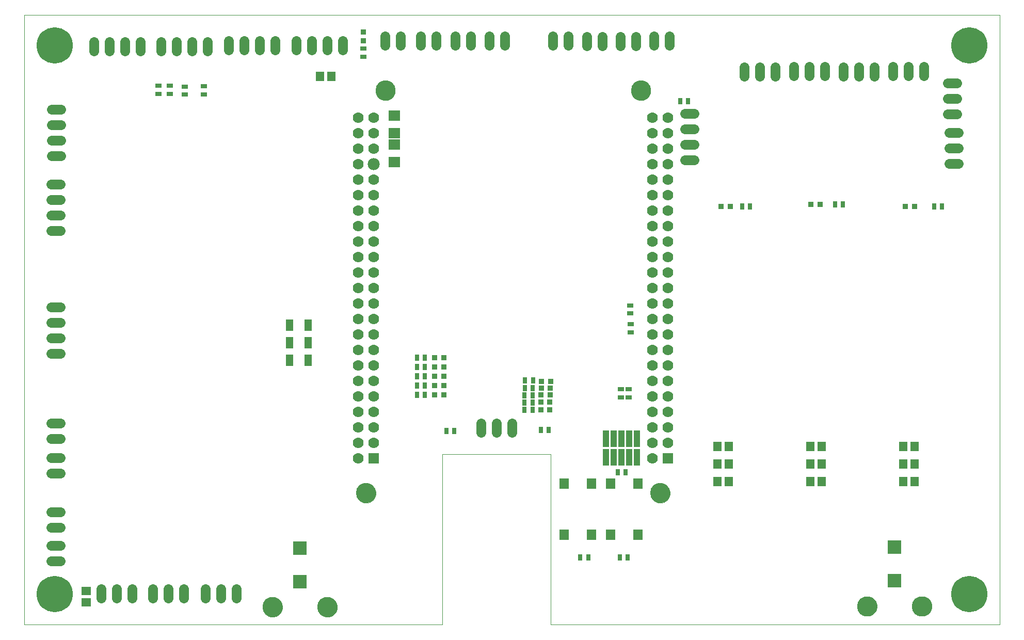
<source format=gts>
G75*
%MOIN*%
%OFA0B0*%
%FSLAX25Y25*%
%IPPOS*%
%LPD*%
%AMOC8*
5,1,8,0,0,1.08239X$1,22.5*
%
%ADD10C,0.00000*%
%ADD11R,0.07000X0.07000*%
%ADD12C,0.07000*%
%ADD13C,0.07800*%
%ADD14C,0.12900*%
%ADD15R,0.03943X0.03156*%
%ADD16R,0.07498X0.06699*%
%ADD17C,0.06400*%
%ADD18R,0.03900X0.10900*%
%ADD19R,0.03156X0.03943*%
%ADD20R,0.05912X0.06700*%
%ADD21R,0.03550X0.03550*%
%ADD22C,0.23400*%
%ADD23R,0.05518X0.06306*%
%ADD24R,0.08668X0.08668*%
%ADD25C,0.12998*%
%ADD26R,0.06306X0.05518*%
%ADD27R,0.04800X0.07500*%
D10*
X0034894Y0034921D02*
X0034894Y0428622D01*
X0664815Y0428622D01*
X0664815Y0034921D01*
X0374894Y0034921D01*
X0374894Y0144921D01*
X0304894Y0144921D01*
X0304894Y0034921D01*
X0034894Y0034921D01*
X0188831Y0046339D02*
X0188833Y0046497D01*
X0188839Y0046655D01*
X0188849Y0046813D01*
X0188863Y0046971D01*
X0188881Y0047128D01*
X0188902Y0047285D01*
X0188928Y0047441D01*
X0188958Y0047597D01*
X0188991Y0047752D01*
X0189029Y0047905D01*
X0189070Y0048058D01*
X0189115Y0048210D01*
X0189164Y0048361D01*
X0189217Y0048510D01*
X0189273Y0048658D01*
X0189333Y0048804D01*
X0189397Y0048949D01*
X0189465Y0049092D01*
X0189536Y0049234D01*
X0189610Y0049374D01*
X0189688Y0049511D01*
X0189770Y0049647D01*
X0189854Y0049781D01*
X0189943Y0049912D01*
X0190034Y0050041D01*
X0190129Y0050168D01*
X0190226Y0050293D01*
X0190327Y0050415D01*
X0190431Y0050534D01*
X0190538Y0050651D01*
X0190648Y0050765D01*
X0190761Y0050876D01*
X0190876Y0050985D01*
X0190994Y0051090D01*
X0191115Y0051192D01*
X0191238Y0051292D01*
X0191364Y0051388D01*
X0191492Y0051481D01*
X0191622Y0051571D01*
X0191755Y0051657D01*
X0191890Y0051741D01*
X0192026Y0051820D01*
X0192165Y0051897D01*
X0192306Y0051969D01*
X0192448Y0052039D01*
X0192592Y0052104D01*
X0192738Y0052166D01*
X0192885Y0052224D01*
X0193034Y0052279D01*
X0193184Y0052330D01*
X0193335Y0052377D01*
X0193487Y0052420D01*
X0193640Y0052459D01*
X0193795Y0052495D01*
X0193950Y0052526D01*
X0194106Y0052554D01*
X0194262Y0052578D01*
X0194419Y0052598D01*
X0194577Y0052614D01*
X0194734Y0052626D01*
X0194893Y0052634D01*
X0195051Y0052638D01*
X0195209Y0052638D01*
X0195367Y0052634D01*
X0195526Y0052626D01*
X0195683Y0052614D01*
X0195841Y0052598D01*
X0195998Y0052578D01*
X0196154Y0052554D01*
X0196310Y0052526D01*
X0196465Y0052495D01*
X0196620Y0052459D01*
X0196773Y0052420D01*
X0196925Y0052377D01*
X0197076Y0052330D01*
X0197226Y0052279D01*
X0197375Y0052224D01*
X0197522Y0052166D01*
X0197668Y0052104D01*
X0197812Y0052039D01*
X0197954Y0051969D01*
X0198095Y0051897D01*
X0198234Y0051820D01*
X0198370Y0051741D01*
X0198505Y0051657D01*
X0198638Y0051571D01*
X0198768Y0051481D01*
X0198896Y0051388D01*
X0199022Y0051292D01*
X0199145Y0051192D01*
X0199266Y0051090D01*
X0199384Y0050985D01*
X0199499Y0050876D01*
X0199612Y0050765D01*
X0199722Y0050651D01*
X0199829Y0050534D01*
X0199933Y0050415D01*
X0200034Y0050293D01*
X0200131Y0050168D01*
X0200226Y0050041D01*
X0200317Y0049912D01*
X0200406Y0049781D01*
X0200490Y0049647D01*
X0200572Y0049511D01*
X0200650Y0049374D01*
X0200724Y0049234D01*
X0200795Y0049092D01*
X0200863Y0048949D01*
X0200927Y0048804D01*
X0200987Y0048658D01*
X0201043Y0048510D01*
X0201096Y0048361D01*
X0201145Y0048210D01*
X0201190Y0048058D01*
X0201231Y0047905D01*
X0201269Y0047752D01*
X0201302Y0047597D01*
X0201332Y0047441D01*
X0201358Y0047285D01*
X0201379Y0047128D01*
X0201397Y0046971D01*
X0201411Y0046813D01*
X0201421Y0046655D01*
X0201427Y0046497D01*
X0201429Y0046339D01*
X0201427Y0046181D01*
X0201421Y0046023D01*
X0201411Y0045865D01*
X0201397Y0045707D01*
X0201379Y0045550D01*
X0201358Y0045393D01*
X0201332Y0045237D01*
X0201302Y0045081D01*
X0201269Y0044926D01*
X0201231Y0044773D01*
X0201190Y0044620D01*
X0201145Y0044468D01*
X0201096Y0044317D01*
X0201043Y0044168D01*
X0200987Y0044020D01*
X0200927Y0043874D01*
X0200863Y0043729D01*
X0200795Y0043586D01*
X0200724Y0043444D01*
X0200650Y0043304D01*
X0200572Y0043167D01*
X0200490Y0043031D01*
X0200406Y0042897D01*
X0200317Y0042766D01*
X0200226Y0042637D01*
X0200131Y0042510D01*
X0200034Y0042385D01*
X0199933Y0042263D01*
X0199829Y0042144D01*
X0199722Y0042027D01*
X0199612Y0041913D01*
X0199499Y0041802D01*
X0199384Y0041693D01*
X0199266Y0041588D01*
X0199145Y0041486D01*
X0199022Y0041386D01*
X0198896Y0041290D01*
X0198768Y0041197D01*
X0198638Y0041107D01*
X0198505Y0041021D01*
X0198370Y0040937D01*
X0198234Y0040858D01*
X0198095Y0040781D01*
X0197954Y0040709D01*
X0197812Y0040639D01*
X0197668Y0040574D01*
X0197522Y0040512D01*
X0197375Y0040454D01*
X0197226Y0040399D01*
X0197076Y0040348D01*
X0196925Y0040301D01*
X0196773Y0040258D01*
X0196620Y0040219D01*
X0196465Y0040183D01*
X0196310Y0040152D01*
X0196154Y0040124D01*
X0195998Y0040100D01*
X0195841Y0040080D01*
X0195683Y0040064D01*
X0195526Y0040052D01*
X0195367Y0040044D01*
X0195209Y0040040D01*
X0195051Y0040040D01*
X0194893Y0040044D01*
X0194734Y0040052D01*
X0194577Y0040064D01*
X0194419Y0040080D01*
X0194262Y0040100D01*
X0194106Y0040124D01*
X0193950Y0040152D01*
X0193795Y0040183D01*
X0193640Y0040219D01*
X0193487Y0040258D01*
X0193335Y0040301D01*
X0193184Y0040348D01*
X0193034Y0040399D01*
X0192885Y0040454D01*
X0192738Y0040512D01*
X0192592Y0040574D01*
X0192448Y0040639D01*
X0192306Y0040709D01*
X0192165Y0040781D01*
X0192026Y0040858D01*
X0191890Y0040937D01*
X0191755Y0041021D01*
X0191622Y0041107D01*
X0191492Y0041197D01*
X0191364Y0041290D01*
X0191238Y0041386D01*
X0191115Y0041486D01*
X0190994Y0041588D01*
X0190876Y0041693D01*
X0190761Y0041802D01*
X0190648Y0041913D01*
X0190538Y0042027D01*
X0190431Y0042144D01*
X0190327Y0042263D01*
X0190226Y0042385D01*
X0190129Y0042510D01*
X0190034Y0042637D01*
X0189943Y0042766D01*
X0189854Y0042897D01*
X0189770Y0043031D01*
X0189688Y0043167D01*
X0189610Y0043304D01*
X0189536Y0043444D01*
X0189465Y0043586D01*
X0189397Y0043729D01*
X0189333Y0043874D01*
X0189273Y0044020D01*
X0189217Y0044168D01*
X0189164Y0044317D01*
X0189115Y0044468D01*
X0189070Y0044620D01*
X0189029Y0044773D01*
X0188991Y0044926D01*
X0188958Y0045081D01*
X0188928Y0045237D01*
X0188902Y0045393D01*
X0188881Y0045550D01*
X0188863Y0045707D01*
X0188849Y0045865D01*
X0188839Y0046023D01*
X0188833Y0046181D01*
X0188831Y0046339D01*
X0224264Y0046339D02*
X0224266Y0046497D01*
X0224272Y0046655D01*
X0224282Y0046813D01*
X0224296Y0046971D01*
X0224314Y0047128D01*
X0224335Y0047285D01*
X0224361Y0047441D01*
X0224391Y0047597D01*
X0224424Y0047752D01*
X0224462Y0047905D01*
X0224503Y0048058D01*
X0224548Y0048210D01*
X0224597Y0048361D01*
X0224650Y0048510D01*
X0224706Y0048658D01*
X0224766Y0048804D01*
X0224830Y0048949D01*
X0224898Y0049092D01*
X0224969Y0049234D01*
X0225043Y0049374D01*
X0225121Y0049511D01*
X0225203Y0049647D01*
X0225287Y0049781D01*
X0225376Y0049912D01*
X0225467Y0050041D01*
X0225562Y0050168D01*
X0225659Y0050293D01*
X0225760Y0050415D01*
X0225864Y0050534D01*
X0225971Y0050651D01*
X0226081Y0050765D01*
X0226194Y0050876D01*
X0226309Y0050985D01*
X0226427Y0051090D01*
X0226548Y0051192D01*
X0226671Y0051292D01*
X0226797Y0051388D01*
X0226925Y0051481D01*
X0227055Y0051571D01*
X0227188Y0051657D01*
X0227323Y0051741D01*
X0227459Y0051820D01*
X0227598Y0051897D01*
X0227739Y0051969D01*
X0227881Y0052039D01*
X0228025Y0052104D01*
X0228171Y0052166D01*
X0228318Y0052224D01*
X0228467Y0052279D01*
X0228617Y0052330D01*
X0228768Y0052377D01*
X0228920Y0052420D01*
X0229073Y0052459D01*
X0229228Y0052495D01*
X0229383Y0052526D01*
X0229539Y0052554D01*
X0229695Y0052578D01*
X0229852Y0052598D01*
X0230010Y0052614D01*
X0230167Y0052626D01*
X0230326Y0052634D01*
X0230484Y0052638D01*
X0230642Y0052638D01*
X0230800Y0052634D01*
X0230959Y0052626D01*
X0231116Y0052614D01*
X0231274Y0052598D01*
X0231431Y0052578D01*
X0231587Y0052554D01*
X0231743Y0052526D01*
X0231898Y0052495D01*
X0232053Y0052459D01*
X0232206Y0052420D01*
X0232358Y0052377D01*
X0232509Y0052330D01*
X0232659Y0052279D01*
X0232808Y0052224D01*
X0232955Y0052166D01*
X0233101Y0052104D01*
X0233245Y0052039D01*
X0233387Y0051969D01*
X0233528Y0051897D01*
X0233667Y0051820D01*
X0233803Y0051741D01*
X0233938Y0051657D01*
X0234071Y0051571D01*
X0234201Y0051481D01*
X0234329Y0051388D01*
X0234455Y0051292D01*
X0234578Y0051192D01*
X0234699Y0051090D01*
X0234817Y0050985D01*
X0234932Y0050876D01*
X0235045Y0050765D01*
X0235155Y0050651D01*
X0235262Y0050534D01*
X0235366Y0050415D01*
X0235467Y0050293D01*
X0235564Y0050168D01*
X0235659Y0050041D01*
X0235750Y0049912D01*
X0235839Y0049781D01*
X0235923Y0049647D01*
X0236005Y0049511D01*
X0236083Y0049374D01*
X0236157Y0049234D01*
X0236228Y0049092D01*
X0236296Y0048949D01*
X0236360Y0048804D01*
X0236420Y0048658D01*
X0236476Y0048510D01*
X0236529Y0048361D01*
X0236578Y0048210D01*
X0236623Y0048058D01*
X0236664Y0047905D01*
X0236702Y0047752D01*
X0236735Y0047597D01*
X0236765Y0047441D01*
X0236791Y0047285D01*
X0236812Y0047128D01*
X0236830Y0046971D01*
X0236844Y0046813D01*
X0236854Y0046655D01*
X0236860Y0046497D01*
X0236862Y0046339D01*
X0236860Y0046181D01*
X0236854Y0046023D01*
X0236844Y0045865D01*
X0236830Y0045707D01*
X0236812Y0045550D01*
X0236791Y0045393D01*
X0236765Y0045237D01*
X0236735Y0045081D01*
X0236702Y0044926D01*
X0236664Y0044773D01*
X0236623Y0044620D01*
X0236578Y0044468D01*
X0236529Y0044317D01*
X0236476Y0044168D01*
X0236420Y0044020D01*
X0236360Y0043874D01*
X0236296Y0043729D01*
X0236228Y0043586D01*
X0236157Y0043444D01*
X0236083Y0043304D01*
X0236005Y0043167D01*
X0235923Y0043031D01*
X0235839Y0042897D01*
X0235750Y0042766D01*
X0235659Y0042637D01*
X0235564Y0042510D01*
X0235467Y0042385D01*
X0235366Y0042263D01*
X0235262Y0042144D01*
X0235155Y0042027D01*
X0235045Y0041913D01*
X0234932Y0041802D01*
X0234817Y0041693D01*
X0234699Y0041588D01*
X0234578Y0041486D01*
X0234455Y0041386D01*
X0234329Y0041290D01*
X0234201Y0041197D01*
X0234071Y0041107D01*
X0233938Y0041021D01*
X0233803Y0040937D01*
X0233667Y0040858D01*
X0233528Y0040781D01*
X0233387Y0040709D01*
X0233245Y0040639D01*
X0233101Y0040574D01*
X0232955Y0040512D01*
X0232808Y0040454D01*
X0232659Y0040399D01*
X0232509Y0040348D01*
X0232358Y0040301D01*
X0232206Y0040258D01*
X0232053Y0040219D01*
X0231898Y0040183D01*
X0231743Y0040152D01*
X0231587Y0040124D01*
X0231431Y0040100D01*
X0231274Y0040080D01*
X0231116Y0040064D01*
X0230959Y0040052D01*
X0230800Y0040044D01*
X0230642Y0040040D01*
X0230484Y0040040D01*
X0230326Y0040044D01*
X0230167Y0040052D01*
X0230010Y0040064D01*
X0229852Y0040080D01*
X0229695Y0040100D01*
X0229539Y0040124D01*
X0229383Y0040152D01*
X0229228Y0040183D01*
X0229073Y0040219D01*
X0228920Y0040258D01*
X0228768Y0040301D01*
X0228617Y0040348D01*
X0228467Y0040399D01*
X0228318Y0040454D01*
X0228171Y0040512D01*
X0228025Y0040574D01*
X0227881Y0040639D01*
X0227739Y0040709D01*
X0227598Y0040781D01*
X0227459Y0040858D01*
X0227323Y0040937D01*
X0227188Y0041021D01*
X0227055Y0041107D01*
X0226925Y0041197D01*
X0226797Y0041290D01*
X0226671Y0041386D01*
X0226548Y0041486D01*
X0226427Y0041588D01*
X0226309Y0041693D01*
X0226194Y0041802D01*
X0226081Y0041913D01*
X0225971Y0042027D01*
X0225864Y0042144D01*
X0225760Y0042263D01*
X0225659Y0042385D01*
X0225562Y0042510D01*
X0225467Y0042637D01*
X0225376Y0042766D01*
X0225287Y0042897D01*
X0225203Y0043031D01*
X0225121Y0043167D01*
X0225043Y0043304D01*
X0224969Y0043444D01*
X0224898Y0043586D01*
X0224830Y0043729D01*
X0224766Y0043874D01*
X0224706Y0044020D01*
X0224650Y0044168D01*
X0224597Y0044317D01*
X0224548Y0044468D01*
X0224503Y0044620D01*
X0224462Y0044773D01*
X0224424Y0044926D01*
X0224391Y0045081D01*
X0224361Y0045237D01*
X0224335Y0045393D01*
X0224314Y0045550D01*
X0224296Y0045707D01*
X0224282Y0045865D01*
X0224272Y0046023D01*
X0224266Y0046181D01*
X0224264Y0046339D01*
X0249254Y0119921D02*
X0249256Y0120079D01*
X0249262Y0120236D01*
X0249272Y0120394D01*
X0249286Y0120551D01*
X0249304Y0120707D01*
X0249325Y0120864D01*
X0249351Y0121019D01*
X0249381Y0121174D01*
X0249414Y0121328D01*
X0249452Y0121481D01*
X0249493Y0121634D01*
X0249538Y0121785D01*
X0249587Y0121935D01*
X0249640Y0122083D01*
X0249696Y0122231D01*
X0249757Y0122376D01*
X0249820Y0122521D01*
X0249888Y0122663D01*
X0249959Y0122804D01*
X0250033Y0122943D01*
X0250111Y0123080D01*
X0250193Y0123215D01*
X0250277Y0123348D01*
X0250366Y0123479D01*
X0250457Y0123607D01*
X0250552Y0123734D01*
X0250649Y0123857D01*
X0250750Y0123979D01*
X0250854Y0124097D01*
X0250961Y0124213D01*
X0251071Y0124326D01*
X0251183Y0124437D01*
X0251299Y0124544D01*
X0251417Y0124649D01*
X0251537Y0124751D01*
X0251660Y0124849D01*
X0251786Y0124945D01*
X0251914Y0125037D01*
X0252044Y0125126D01*
X0252176Y0125212D01*
X0252311Y0125294D01*
X0252448Y0125373D01*
X0252586Y0125448D01*
X0252726Y0125520D01*
X0252869Y0125588D01*
X0253012Y0125653D01*
X0253158Y0125714D01*
X0253305Y0125771D01*
X0253453Y0125825D01*
X0253603Y0125875D01*
X0253753Y0125921D01*
X0253905Y0125963D01*
X0254058Y0126002D01*
X0254212Y0126036D01*
X0254367Y0126067D01*
X0254522Y0126093D01*
X0254678Y0126116D01*
X0254835Y0126135D01*
X0254992Y0126150D01*
X0255149Y0126161D01*
X0255307Y0126168D01*
X0255465Y0126171D01*
X0255622Y0126170D01*
X0255780Y0126165D01*
X0255937Y0126156D01*
X0256095Y0126143D01*
X0256251Y0126126D01*
X0256408Y0126105D01*
X0256563Y0126081D01*
X0256718Y0126052D01*
X0256873Y0126019D01*
X0257026Y0125983D01*
X0257179Y0125942D01*
X0257330Y0125898D01*
X0257480Y0125850D01*
X0257629Y0125799D01*
X0257777Y0125743D01*
X0257923Y0125684D01*
X0258068Y0125621D01*
X0258211Y0125554D01*
X0258352Y0125484D01*
X0258491Y0125411D01*
X0258629Y0125334D01*
X0258765Y0125253D01*
X0258898Y0125169D01*
X0259029Y0125082D01*
X0259158Y0124991D01*
X0259285Y0124897D01*
X0259410Y0124800D01*
X0259531Y0124700D01*
X0259651Y0124597D01*
X0259767Y0124491D01*
X0259881Y0124382D01*
X0259993Y0124270D01*
X0260101Y0124156D01*
X0260206Y0124038D01*
X0260309Y0123918D01*
X0260408Y0123796D01*
X0260504Y0123671D01*
X0260597Y0123543D01*
X0260687Y0123414D01*
X0260773Y0123282D01*
X0260857Y0123148D01*
X0260936Y0123012D01*
X0261013Y0122874D01*
X0261085Y0122734D01*
X0261154Y0122592D01*
X0261220Y0122449D01*
X0261282Y0122304D01*
X0261340Y0122157D01*
X0261395Y0122009D01*
X0261446Y0121860D01*
X0261493Y0121709D01*
X0261536Y0121558D01*
X0261575Y0121405D01*
X0261611Y0121251D01*
X0261642Y0121097D01*
X0261670Y0120942D01*
X0261694Y0120786D01*
X0261714Y0120629D01*
X0261730Y0120472D01*
X0261742Y0120315D01*
X0261750Y0120158D01*
X0261754Y0120000D01*
X0261754Y0119842D01*
X0261750Y0119684D01*
X0261742Y0119527D01*
X0261730Y0119370D01*
X0261714Y0119213D01*
X0261694Y0119056D01*
X0261670Y0118900D01*
X0261642Y0118745D01*
X0261611Y0118591D01*
X0261575Y0118437D01*
X0261536Y0118284D01*
X0261493Y0118133D01*
X0261446Y0117982D01*
X0261395Y0117833D01*
X0261340Y0117685D01*
X0261282Y0117538D01*
X0261220Y0117393D01*
X0261154Y0117250D01*
X0261085Y0117108D01*
X0261013Y0116968D01*
X0260936Y0116830D01*
X0260857Y0116694D01*
X0260773Y0116560D01*
X0260687Y0116428D01*
X0260597Y0116299D01*
X0260504Y0116171D01*
X0260408Y0116046D01*
X0260309Y0115924D01*
X0260206Y0115804D01*
X0260101Y0115686D01*
X0259993Y0115572D01*
X0259881Y0115460D01*
X0259767Y0115351D01*
X0259651Y0115245D01*
X0259531Y0115142D01*
X0259410Y0115042D01*
X0259285Y0114945D01*
X0259158Y0114851D01*
X0259029Y0114760D01*
X0258898Y0114673D01*
X0258765Y0114589D01*
X0258629Y0114508D01*
X0258491Y0114431D01*
X0258352Y0114358D01*
X0258211Y0114288D01*
X0258068Y0114221D01*
X0257923Y0114158D01*
X0257777Y0114099D01*
X0257629Y0114043D01*
X0257480Y0113992D01*
X0257330Y0113944D01*
X0257179Y0113900D01*
X0257026Y0113859D01*
X0256873Y0113823D01*
X0256718Y0113790D01*
X0256563Y0113761D01*
X0256408Y0113737D01*
X0256251Y0113716D01*
X0256095Y0113699D01*
X0255937Y0113686D01*
X0255780Y0113677D01*
X0255622Y0113672D01*
X0255465Y0113671D01*
X0255307Y0113674D01*
X0255149Y0113681D01*
X0254992Y0113692D01*
X0254835Y0113707D01*
X0254678Y0113726D01*
X0254522Y0113749D01*
X0254367Y0113775D01*
X0254212Y0113806D01*
X0254058Y0113840D01*
X0253905Y0113879D01*
X0253753Y0113921D01*
X0253603Y0113967D01*
X0253453Y0114017D01*
X0253305Y0114071D01*
X0253158Y0114128D01*
X0253012Y0114189D01*
X0252869Y0114254D01*
X0252726Y0114322D01*
X0252586Y0114394D01*
X0252448Y0114469D01*
X0252311Y0114548D01*
X0252176Y0114630D01*
X0252044Y0114716D01*
X0251914Y0114805D01*
X0251786Y0114897D01*
X0251660Y0114993D01*
X0251537Y0115091D01*
X0251417Y0115193D01*
X0251299Y0115298D01*
X0251183Y0115405D01*
X0251071Y0115516D01*
X0250961Y0115629D01*
X0250854Y0115745D01*
X0250750Y0115863D01*
X0250649Y0115985D01*
X0250552Y0116108D01*
X0250457Y0116235D01*
X0250366Y0116363D01*
X0250277Y0116494D01*
X0250193Y0116627D01*
X0250111Y0116762D01*
X0250033Y0116899D01*
X0249959Y0117038D01*
X0249888Y0117179D01*
X0249820Y0117321D01*
X0249757Y0117466D01*
X0249696Y0117611D01*
X0249640Y0117759D01*
X0249587Y0117907D01*
X0249538Y0118057D01*
X0249493Y0118208D01*
X0249452Y0118361D01*
X0249414Y0118514D01*
X0249381Y0118668D01*
X0249351Y0118823D01*
X0249325Y0118978D01*
X0249304Y0119135D01*
X0249286Y0119291D01*
X0249272Y0119448D01*
X0249262Y0119606D01*
X0249256Y0119763D01*
X0249254Y0119921D01*
X0439254Y0119921D02*
X0439256Y0120079D01*
X0439262Y0120236D01*
X0439272Y0120394D01*
X0439286Y0120551D01*
X0439304Y0120707D01*
X0439325Y0120864D01*
X0439351Y0121019D01*
X0439381Y0121174D01*
X0439414Y0121328D01*
X0439452Y0121481D01*
X0439493Y0121634D01*
X0439538Y0121785D01*
X0439587Y0121935D01*
X0439640Y0122083D01*
X0439696Y0122231D01*
X0439757Y0122376D01*
X0439820Y0122521D01*
X0439888Y0122663D01*
X0439959Y0122804D01*
X0440033Y0122943D01*
X0440111Y0123080D01*
X0440193Y0123215D01*
X0440277Y0123348D01*
X0440366Y0123479D01*
X0440457Y0123607D01*
X0440552Y0123734D01*
X0440649Y0123857D01*
X0440750Y0123979D01*
X0440854Y0124097D01*
X0440961Y0124213D01*
X0441071Y0124326D01*
X0441183Y0124437D01*
X0441299Y0124544D01*
X0441417Y0124649D01*
X0441537Y0124751D01*
X0441660Y0124849D01*
X0441786Y0124945D01*
X0441914Y0125037D01*
X0442044Y0125126D01*
X0442176Y0125212D01*
X0442311Y0125294D01*
X0442448Y0125373D01*
X0442586Y0125448D01*
X0442726Y0125520D01*
X0442869Y0125588D01*
X0443012Y0125653D01*
X0443158Y0125714D01*
X0443305Y0125771D01*
X0443453Y0125825D01*
X0443603Y0125875D01*
X0443753Y0125921D01*
X0443905Y0125963D01*
X0444058Y0126002D01*
X0444212Y0126036D01*
X0444367Y0126067D01*
X0444522Y0126093D01*
X0444678Y0126116D01*
X0444835Y0126135D01*
X0444992Y0126150D01*
X0445149Y0126161D01*
X0445307Y0126168D01*
X0445465Y0126171D01*
X0445622Y0126170D01*
X0445780Y0126165D01*
X0445937Y0126156D01*
X0446095Y0126143D01*
X0446251Y0126126D01*
X0446408Y0126105D01*
X0446563Y0126081D01*
X0446718Y0126052D01*
X0446873Y0126019D01*
X0447026Y0125983D01*
X0447179Y0125942D01*
X0447330Y0125898D01*
X0447480Y0125850D01*
X0447629Y0125799D01*
X0447777Y0125743D01*
X0447923Y0125684D01*
X0448068Y0125621D01*
X0448211Y0125554D01*
X0448352Y0125484D01*
X0448491Y0125411D01*
X0448629Y0125334D01*
X0448765Y0125253D01*
X0448898Y0125169D01*
X0449029Y0125082D01*
X0449158Y0124991D01*
X0449285Y0124897D01*
X0449410Y0124800D01*
X0449531Y0124700D01*
X0449651Y0124597D01*
X0449767Y0124491D01*
X0449881Y0124382D01*
X0449993Y0124270D01*
X0450101Y0124156D01*
X0450206Y0124038D01*
X0450309Y0123918D01*
X0450408Y0123796D01*
X0450504Y0123671D01*
X0450597Y0123543D01*
X0450687Y0123414D01*
X0450773Y0123282D01*
X0450857Y0123148D01*
X0450936Y0123012D01*
X0451013Y0122874D01*
X0451085Y0122734D01*
X0451154Y0122592D01*
X0451220Y0122449D01*
X0451282Y0122304D01*
X0451340Y0122157D01*
X0451395Y0122009D01*
X0451446Y0121860D01*
X0451493Y0121709D01*
X0451536Y0121558D01*
X0451575Y0121405D01*
X0451611Y0121251D01*
X0451642Y0121097D01*
X0451670Y0120942D01*
X0451694Y0120786D01*
X0451714Y0120629D01*
X0451730Y0120472D01*
X0451742Y0120315D01*
X0451750Y0120158D01*
X0451754Y0120000D01*
X0451754Y0119842D01*
X0451750Y0119684D01*
X0451742Y0119527D01*
X0451730Y0119370D01*
X0451714Y0119213D01*
X0451694Y0119056D01*
X0451670Y0118900D01*
X0451642Y0118745D01*
X0451611Y0118591D01*
X0451575Y0118437D01*
X0451536Y0118284D01*
X0451493Y0118133D01*
X0451446Y0117982D01*
X0451395Y0117833D01*
X0451340Y0117685D01*
X0451282Y0117538D01*
X0451220Y0117393D01*
X0451154Y0117250D01*
X0451085Y0117108D01*
X0451013Y0116968D01*
X0450936Y0116830D01*
X0450857Y0116694D01*
X0450773Y0116560D01*
X0450687Y0116428D01*
X0450597Y0116299D01*
X0450504Y0116171D01*
X0450408Y0116046D01*
X0450309Y0115924D01*
X0450206Y0115804D01*
X0450101Y0115686D01*
X0449993Y0115572D01*
X0449881Y0115460D01*
X0449767Y0115351D01*
X0449651Y0115245D01*
X0449531Y0115142D01*
X0449410Y0115042D01*
X0449285Y0114945D01*
X0449158Y0114851D01*
X0449029Y0114760D01*
X0448898Y0114673D01*
X0448765Y0114589D01*
X0448629Y0114508D01*
X0448491Y0114431D01*
X0448352Y0114358D01*
X0448211Y0114288D01*
X0448068Y0114221D01*
X0447923Y0114158D01*
X0447777Y0114099D01*
X0447629Y0114043D01*
X0447480Y0113992D01*
X0447330Y0113944D01*
X0447179Y0113900D01*
X0447026Y0113859D01*
X0446873Y0113823D01*
X0446718Y0113790D01*
X0446563Y0113761D01*
X0446408Y0113737D01*
X0446251Y0113716D01*
X0446095Y0113699D01*
X0445937Y0113686D01*
X0445780Y0113677D01*
X0445622Y0113672D01*
X0445465Y0113671D01*
X0445307Y0113674D01*
X0445149Y0113681D01*
X0444992Y0113692D01*
X0444835Y0113707D01*
X0444678Y0113726D01*
X0444522Y0113749D01*
X0444367Y0113775D01*
X0444212Y0113806D01*
X0444058Y0113840D01*
X0443905Y0113879D01*
X0443753Y0113921D01*
X0443603Y0113967D01*
X0443453Y0114017D01*
X0443305Y0114071D01*
X0443158Y0114128D01*
X0443012Y0114189D01*
X0442869Y0114254D01*
X0442726Y0114322D01*
X0442586Y0114394D01*
X0442448Y0114469D01*
X0442311Y0114548D01*
X0442176Y0114630D01*
X0442044Y0114716D01*
X0441914Y0114805D01*
X0441786Y0114897D01*
X0441660Y0114993D01*
X0441537Y0115091D01*
X0441417Y0115193D01*
X0441299Y0115298D01*
X0441183Y0115405D01*
X0441071Y0115516D01*
X0440961Y0115629D01*
X0440854Y0115745D01*
X0440750Y0115863D01*
X0440649Y0115985D01*
X0440552Y0116108D01*
X0440457Y0116235D01*
X0440366Y0116363D01*
X0440277Y0116494D01*
X0440193Y0116627D01*
X0440111Y0116762D01*
X0440033Y0116899D01*
X0439959Y0117038D01*
X0439888Y0117179D01*
X0439820Y0117321D01*
X0439757Y0117466D01*
X0439696Y0117611D01*
X0439640Y0117759D01*
X0439587Y0117907D01*
X0439538Y0118057D01*
X0439493Y0118208D01*
X0439452Y0118361D01*
X0439414Y0118514D01*
X0439381Y0118668D01*
X0439351Y0118823D01*
X0439325Y0118978D01*
X0439304Y0119135D01*
X0439286Y0119291D01*
X0439272Y0119448D01*
X0439262Y0119606D01*
X0439256Y0119763D01*
X0439254Y0119921D01*
X0572847Y0046890D02*
X0572849Y0047048D01*
X0572855Y0047206D01*
X0572865Y0047364D01*
X0572879Y0047522D01*
X0572897Y0047679D01*
X0572918Y0047836D01*
X0572944Y0047992D01*
X0572974Y0048148D01*
X0573007Y0048303D01*
X0573045Y0048456D01*
X0573086Y0048609D01*
X0573131Y0048761D01*
X0573180Y0048912D01*
X0573233Y0049061D01*
X0573289Y0049209D01*
X0573349Y0049355D01*
X0573413Y0049500D01*
X0573481Y0049643D01*
X0573552Y0049785D01*
X0573626Y0049925D01*
X0573704Y0050062D01*
X0573786Y0050198D01*
X0573870Y0050332D01*
X0573959Y0050463D01*
X0574050Y0050592D01*
X0574145Y0050719D01*
X0574242Y0050844D01*
X0574343Y0050966D01*
X0574447Y0051085D01*
X0574554Y0051202D01*
X0574664Y0051316D01*
X0574777Y0051427D01*
X0574892Y0051536D01*
X0575010Y0051641D01*
X0575131Y0051743D01*
X0575254Y0051843D01*
X0575380Y0051939D01*
X0575508Y0052032D01*
X0575638Y0052122D01*
X0575771Y0052208D01*
X0575906Y0052292D01*
X0576042Y0052371D01*
X0576181Y0052448D01*
X0576322Y0052520D01*
X0576464Y0052590D01*
X0576608Y0052655D01*
X0576754Y0052717D01*
X0576901Y0052775D01*
X0577050Y0052830D01*
X0577200Y0052881D01*
X0577351Y0052928D01*
X0577503Y0052971D01*
X0577656Y0053010D01*
X0577811Y0053046D01*
X0577966Y0053077D01*
X0578122Y0053105D01*
X0578278Y0053129D01*
X0578435Y0053149D01*
X0578593Y0053165D01*
X0578750Y0053177D01*
X0578909Y0053185D01*
X0579067Y0053189D01*
X0579225Y0053189D01*
X0579383Y0053185D01*
X0579542Y0053177D01*
X0579699Y0053165D01*
X0579857Y0053149D01*
X0580014Y0053129D01*
X0580170Y0053105D01*
X0580326Y0053077D01*
X0580481Y0053046D01*
X0580636Y0053010D01*
X0580789Y0052971D01*
X0580941Y0052928D01*
X0581092Y0052881D01*
X0581242Y0052830D01*
X0581391Y0052775D01*
X0581538Y0052717D01*
X0581684Y0052655D01*
X0581828Y0052590D01*
X0581970Y0052520D01*
X0582111Y0052448D01*
X0582250Y0052371D01*
X0582386Y0052292D01*
X0582521Y0052208D01*
X0582654Y0052122D01*
X0582784Y0052032D01*
X0582912Y0051939D01*
X0583038Y0051843D01*
X0583161Y0051743D01*
X0583282Y0051641D01*
X0583400Y0051536D01*
X0583515Y0051427D01*
X0583628Y0051316D01*
X0583738Y0051202D01*
X0583845Y0051085D01*
X0583949Y0050966D01*
X0584050Y0050844D01*
X0584147Y0050719D01*
X0584242Y0050592D01*
X0584333Y0050463D01*
X0584422Y0050332D01*
X0584506Y0050198D01*
X0584588Y0050062D01*
X0584666Y0049925D01*
X0584740Y0049785D01*
X0584811Y0049643D01*
X0584879Y0049500D01*
X0584943Y0049355D01*
X0585003Y0049209D01*
X0585059Y0049061D01*
X0585112Y0048912D01*
X0585161Y0048761D01*
X0585206Y0048609D01*
X0585247Y0048456D01*
X0585285Y0048303D01*
X0585318Y0048148D01*
X0585348Y0047992D01*
X0585374Y0047836D01*
X0585395Y0047679D01*
X0585413Y0047522D01*
X0585427Y0047364D01*
X0585437Y0047206D01*
X0585443Y0047048D01*
X0585445Y0046890D01*
X0585443Y0046732D01*
X0585437Y0046574D01*
X0585427Y0046416D01*
X0585413Y0046258D01*
X0585395Y0046101D01*
X0585374Y0045944D01*
X0585348Y0045788D01*
X0585318Y0045632D01*
X0585285Y0045477D01*
X0585247Y0045324D01*
X0585206Y0045171D01*
X0585161Y0045019D01*
X0585112Y0044868D01*
X0585059Y0044719D01*
X0585003Y0044571D01*
X0584943Y0044425D01*
X0584879Y0044280D01*
X0584811Y0044137D01*
X0584740Y0043995D01*
X0584666Y0043855D01*
X0584588Y0043718D01*
X0584506Y0043582D01*
X0584422Y0043448D01*
X0584333Y0043317D01*
X0584242Y0043188D01*
X0584147Y0043061D01*
X0584050Y0042936D01*
X0583949Y0042814D01*
X0583845Y0042695D01*
X0583738Y0042578D01*
X0583628Y0042464D01*
X0583515Y0042353D01*
X0583400Y0042244D01*
X0583282Y0042139D01*
X0583161Y0042037D01*
X0583038Y0041937D01*
X0582912Y0041841D01*
X0582784Y0041748D01*
X0582654Y0041658D01*
X0582521Y0041572D01*
X0582386Y0041488D01*
X0582250Y0041409D01*
X0582111Y0041332D01*
X0581970Y0041260D01*
X0581828Y0041190D01*
X0581684Y0041125D01*
X0581538Y0041063D01*
X0581391Y0041005D01*
X0581242Y0040950D01*
X0581092Y0040899D01*
X0580941Y0040852D01*
X0580789Y0040809D01*
X0580636Y0040770D01*
X0580481Y0040734D01*
X0580326Y0040703D01*
X0580170Y0040675D01*
X0580014Y0040651D01*
X0579857Y0040631D01*
X0579699Y0040615D01*
X0579542Y0040603D01*
X0579383Y0040595D01*
X0579225Y0040591D01*
X0579067Y0040591D01*
X0578909Y0040595D01*
X0578750Y0040603D01*
X0578593Y0040615D01*
X0578435Y0040631D01*
X0578278Y0040651D01*
X0578122Y0040675D01*
X0577966Y0040703D01*
X0577811Y0040734D01*
X0577656Y0040770D01*
X0577503Y0040809D01*
X0577351Y0040852D01*
X0577200Y0040899D01*
X0577050Y0040950D01*
X0576901Y0041005D01*
X0576754Y0041063D01*
X0576608Y0041125D01*
X0576464Y0041190D01*
X0576322Y0041260D01*
X0576181Y0041332D01*
X0576042Y0041409D01*
X0575906Y0041488D01*
X0575771Y0041572D01*
X0575638Y0041658D01*
X0575508Y0041748D01*
X0575380Y0041841D01*
X0575254Y0041937D01*
X0575131Y0042037D01*
X0575010Y0042139D01*
X0574892Y0042244D01*
X0574777Y0042353D01*
X0574664Y0042464D01*
X0574554Y0042578D01*
X0574447Y0042695D01*
X0574343Y0042814D01*
X0574242Y0042936D01*
X0574145Y0043061D01*
X0574050Y0043188D01*
X0573959Y0043317D01*
X0573870Y0043448D01*
X0573786Y0043582D01*
X0573704Y0043718D01*
X0573626Y0043855D01*
X0573552Y0043995D01*
X0573481Y0044137D01*
X0573413Y0044280D01*
X0573349Y0044425D01*
X0573289Y0044571D01*
X0573233Y0044719D01*
X0573180Y0044868D01*
X0573131Y0045019D01*
X0573086Y0045171D01*
X0573045Y0045324D01*
X0573007Y0045477D01*
X0572974Y0045632D01*
X0572944Y0045788D01*
X0572918Y0045944D01*
X0572897Y0046101D01*
X0572879Y0046258D01*
X0572865Y0046416D01*
X0572855Y0046574D01*
X0572849Y0046732D01*
X0572847Y0046890D01*
X0608280Y0046890D02*
X0608282Y0047048D01*
X0608288Y0047206D01*
X0608298Y0047364D01*
X0608312Y0047522D01*
X0608330Y0047679D01*
X0608351Y0047836D01*
X0608377Y0047992D01*
X0608407Y0048148D01*
X0608440Y0048303D01*
X0608478Y0048456D01*
X0608519Y0048609D01*
X0608564Y0048761D01*
X0608613Y0048912D01*
X0608666Y0049061D01*
X0608722Y0049209D01*
X0608782Y0049355D01*
X0608846Y0049500D01*
X0608914Y0049643D01*
X0608985Y0049785D01*
X0609059Y0049925D01*
X0609137Y0050062D01*
X0609219Y0050198D01*
X0609303Y0050332D01*
X0609392Y0050463D01*
X0609483Y0050592D01*
X0609578Y0050719D01*
X0609675Y0050844D01*
X0609776Y0050966D01*
X0609880Y0051085D01*
X0609987Y0051202D01*
X0610097Y0051316D01*
X0610210Y0051427D01*
X0610325Y0051536D01*
X0610443Y0051641D01*
X0610564Y0051743D01*
X0610687Y0051843D01*
X0610813Y0051939D01*
X0610941Y0052032D01*
X0611071Y0052122D01*
X0611204Y0052208D01*
X0611339Y0052292D01*
X0611475Y0052371D01*
X0611614Y0052448D01*
X0611755Y0052520D01*
X0611897Y0052590D01*
X0612041Y0052655D01*
X0612187Y0052717D01*
X0612334Y0052775D01*
X0612483Y0052830D01*
X0612633Y0052881D01*
X0612784Y0052928D01*
X0612936Y0052971D01*
X0613089Y0053010D01*
X0613244Y0053046D01*
X0613399Y0053077D01*
X0613555Y0053105D01*
X0613711Y0053129D01*
X0613868Y0053149D01*
X0614026Y0053165D01*
X0614183Y0053177D01*
X0614342Y0053185D01*
X0614500Y0053189D01*
X0614658Y0053189D01*
X0614816Y0053185D01*
X0614975Y0053177D01*
X0615132Y0053165D01*
X0615290Y0053149D01*
X0615447Y0053129D01*
X0615603Y0053105D01*
X0615759Y0053077D01*
X0615914Y0053046D01*
X0616069Y0053010D01*
X0616222Y0052971D01*
X0616374Y0052928D01*
X0616525Y0052881D01*
X0616675Y0052830D01*
X0616824Y0052775D01*
X0616971Y0052717D01*
X0617117Y0052655D01*
X0617261Y0052590D01*
X0617403Y0052520D01*
X0617544Y0052448D01*
X0617683Y0052371D01*
X0617819Y0052292D01*
X0617954Y0052208D01*
X0618087Y0052122D01*
X0618217Y0052032D01*
X0618345Y0051939D01*
X0618471Y0051843D01*
X0618594Y0051743D01*
X0618715Y0051641D01*
X0618833Y0051536D01*
X0618948Y0051427D01*
X0619061Y0051316D01*
X0619171Y0051202D01*
X0619278Y0051085D01*
X0619382Y0050966D01*
X0619483Y0050844D01*
X0619580Y0050719D01*
X0619675Y0050592D01*
X0619766Y0050463D01*
X0619855Y0050332D01*
X0619939Y0050198D01*
X0620021Y0050062D01*
X0620099Y0049925D01*
X0620173Y0049785D01*
X0620244Y0049643D01*
X0620312Y0049500D01*
X0620376Y0049355D01*
X0620436Y0049209D01*
X0620492Y0049061D01*
X0620545Y0048912D01*
X0620594Y0048761D01*
X0620639Y0048609D01*
X0620680Y0048456D01*
X0620718Y0048303D01*
X0620751Y0048148D01*
X0620781Y0047992D01*
X0620807Y0047836D01*
X0620828Y0047679D01*
X0620846Y0047522D01*
X0620860Y0047364D01*
X0620870Y0047206D01*
X0620876Y0047048D01*
X0620878Y0046890D01*
X0620876Y0046732D01*
X0620870Y0046574D01*
X0620860Y0046416D01*
X0620846Y0046258D01*
X0620828Y0046101D01*
X0620807Y0045944D01*
X0620781Y0045788D01*
X0620751Y0045632D01*
X0620718Y0045477D01*
X0620680Y0045324D01*
X0620639Y0045171D01*
X0620594Y0045019D01*
X0620545Y0044868D01*
X0620492Y0044719D01*
X0620436Y0044571D01*
X0620376Y0044425D01*
X0620312Y0044280D01*
X0620244Y0044137D01*
X0620173Y0043995D01*
X0620099Y0043855D01*
X0620021Y0043718D01*
X0619939Y0043582D01*
X0619855Y0043448D01*
X0619766Y0043317D01*
X0619675Y0043188D01*
X0619580Y0043061D01*
X0619483Y0042936D01*
X0619382Y0042814D01*
X0619278Y0042695D01*
X0619171Y0042578D01*
X0619061Y0042464D01*
X0618948Y0042353D01*
X0618833Y0042244D01*
X0618715Y0042139D01*
X0618594Y0042037D01*
X0618471Y0041937D01*
X0618345Y0041841D01*
X0618217Y0041748D01*
X0618087Y0041658D01*
X0617954Y0041572D01*
X0617819Y0041488D01*
X0617683Y0041409D01*
X0617544Y0041332D01*
X0617403Y0041260D01*
X0617261Y0041190D01*
X0617117Y0041125D01*
X0616971Y0041063D01*
X0616824Y0041005D01*
X0616675Y0040950D01*
X0616525Y0040899D01*
X0616374Y0040852D01*
X0616222Y0040809D01*
X0616069Y0040770D01*
X0615914Y0040734D01*
X0615759Y0040703D01*
X0615603Y0040675D01*
X0615447Y0040651D01*
X0615290Y0040631D01*
X0615132Y0040615D01*
X0614975Y0040603D01*
X0614816Y0040595D01*
X0614658Y0040591D01*
X0614500Y0040591D01*
X0614342Y0040595D01*
X0614183Y0040603D01*
X0614026Y0040615D01*
X0613868Y0040631D01*
X0613711Y0040651D01*
X0613555Y0040675D01*
X0613399Y0040703D01*
X0613244Y0040734D01*
X0613089Y0040770D01*
X0612936Y0040809D01*
X0612784Y0040852D01*
X0612633Y0040899D01*
X0612483Y0040950D01*
X0612334Y0041005D01*
X0612187Y0041063D01*
X0612041Y0041125D01*
X0611897Y0041190D01*
X0611755Y0041260D01*
X0611614Y0041332D01*
X0611475Y0041409D01*
X0611339Y0041488D01*
X0611204Y0041572D01*
X0611071Y0041658D01*
X0610941Y0041748D01*
X0610813Y0041841D01*
X0610687Y0041937D01*
X0610564Y0042037D01*
X0610443Y0042139D01*
X0610325Y0042244D01*
X0610210Y0042353D01*
X0610097Y0042464D01*
X0609987Y0042578D01*
X0609880Y0042695D01*
X0609776Y0042814D01*
X0609675Y0042936D01*
X0609578Y0043061D01*
X0609483Y0043188D01*
X0609392Y0043317D01*
X0609303Y0043448D01*
X0609219Y0043582D01*
X0609137Y0043718D01*
X0609059Y0043855D01*
X0608985Y0043995D01*
X0608914Y0044137D01*
X0608846Y0044280D01*
X0608782Y0044425D01*
X0608722Y0044571D01*
X0608666Y0044719D01*
X0608613Y0044868D01*
X0608564Y0045019D01*
X0608519Y0045171D01*
X0608478Y0045324D01*
X0608440Y0045477D01*
X0608407Y0045632D01*
X0608377Y0045788D01*
X0608351Y0045944D01*
X0608330Y0046101D01*
X0608312Y0046258D01*
X0608298Y0046416D01*
X0608288Y0046574D01*
X0608282Y0046732D01*
X0608280Y0046890D01*
X0426754Y0379921D02*
X0426756Y0380079D01*
X0426762Y0380236D01*
X0426772Y0380394D01*
X0426786Y0380551D01*
X0426804Y0380707D01*
X0426825Y0380864D01*
X0426851Y0381019D01*
X0426881Y0381174D01*
X0426914Y0381328D01*
X0426952Y0381481D01*
X0426993Y0381634D01*
X0427038Y0381785D01*
X0427087Y0381935D01*
X0427140Y0382083D01*
X0427196Y0382231D01*
X0427257Y0382376D01*
X0427320Y0382521D01*
X0427388Y0382663D01*
X0427459Y0382804D01*
X0427533Y0382943D01*
X0427611Y0383080D01*
X0427693Y0383215D01*
X0427777Y0383348D01*
X0427866Y0383479D01*
X0427957Y0383607D01*
X0428052Y0383734D01*
X0428149Y0383857D01*
X0428250Y0383979D01*
X0428354Y0384097D01*
X0428461Y0384213D01*
X0428571Y0384326D01*
X0428683Y0384437D01*
X0428799Y0384544D01*
X0428917Y0384649D01*
X0429037Y0384751D01*
X0429160Y0384849D01*
X0429286Y0384945D01*
X0429414Y0385037D01*
X0429544Y0385126D01*
X0429676Y0385212D01*
X0429811Y0385294D01*
X0429948Y0385373D01*
X0430086Y0385448D01*
X0430226Y0385520D01*
X0430369Y0385588D01*
X0430512Y0385653D01*
X0430658Y0385714D01*
X0430805Y0385771D01*
X0430953Y0385825D01*
X0431103Y0385875D01*
X0431253Y0385921D01*
X0431405Y0385963D01*
X0431558Y0386002D01*
X0431712Y0386036D01*
X0431867Y0386067D01*
X0432022Y0386093D01*
X0432178Y0386116D01*
X0432335Y0386135D01*
X0432492Y0386150D01*
X0432649Y0386161D01*
X0432807Y0386168D01*
X0432965Y0386171D01*
X0433122Y0386170D01*
X0433280Y0386165D01*
X0433437Y0386156D01*
X0433595Y0386143D01*
X0433751Y0386126D01*
X0433908Y0386105D01*
X0434063Y0386081D01*
X0434218Y0386052D01*
X0434373Y0386019D01*
X0434526Y0385983D01*
X0434679Y0385942D01*
X0434830Y0385898D01*
X0434980Y0385850D01*
X0435129Y0385799D01*
X0435277Y0385743D01*
X0435423Y0385684D01*
X0435568Y0385621D01*
X0435711Y0385554D01*
X0435852Y0385484D01*
X0435991Y0385411D01*
X0436129Y0385334D01*
X0436265Y0385253D01*
X0436398Y0385169D01*
X0436529Y0385082D01*
X0436658Y0384991D01*
X0436785Y0384897D01*
X0436910Y0384800D01*
X0437031Y0384700D01*
X0437151Y0384597D01*
X0437267Y0384491D01*
X0437381Y0384382D01*
X0437493Y0384270D01*
X0437601Y0384156D01*
X0437706Y0384038D01*
X0437809Y0383918D01*
X0437908Y0383796D01*
X0438004Y0383671D01*
X0438097Y0383543D01*
X0438187Y0383414D01*
X0438273Y0383282D01*
X0438357Y0383148D01*
X0438436Y0383012D01*
X0438513Y0382874D01*
X0438585Y0382734D01*
X0438654Y0382592D01*
X0438720Y0382449D01*
X0438782Y0382304D01*
X0438840Y0382157D01*
X0438895Y0382009D01*
X0438946Y0381860D01*
X0438993Y0381709D01*
X0439036Y0381558D01*
X0439075Y0381405D01*
X0439111Y0381251D01*
X0439142Y0381097D01*
X0439170Y0380942D01*
X0439194Y0380786D01*
X0439214Y0380629D01*
X0439230Y0380472D01*
X0439242Y0380315D01*
X0439250Y0380158D01*
X0439254Y0380000D01*
X0439254Y0379842D01*
X0439250Y0379684D01*
X0439242Y0379527D01*
X0439230Y0379370D01*
X0439214Y0379213D01*
X0439194Y0379056D01*
X0439170Y0378900D01*
X0439142Y0378745D01*
X0439111Y0378591D01*
X0439075Y0378437D01*
X0439036Y0378284D01*
X0438993Y0378133D01*
X0438946Y0377982D01*
X0438895Y0377833D01*
X0438840Y0377685D01*
X0438782Y0377538D01*
X0438720Y0377393D01*
X0438654Y0377250D01*
X0438585Y0377108D01*
X0438513Y0376968D01*
X0438436Y0376830D01*
X0438357Y0376694D01*
X0438273Y0376560D01*
X0438187Y0376428D01*
X0438097Y0376299D01*
X0438004Y0376171D01*
X0437908Y0376046D01*
X0437809Y0375924D01*
X0437706Y0375804D01*
X0437601Y0375686D01*
X0437493Y0375572D01*
X0437381Y0375460D01*
X0437267Y0375351D01*
X0437151Y0375245D01*
X0437031Y0375142D01*
X0436910Y0375042D01*
X0436785Y0374945D01*
X0436658Y0374851D01*
X0436529Y0374760D01*
X0436398Y0374673D01*
X0436265Y0374589D01*
X0436129Y0374508D01*
X0435991Y0374431D01*
X0435852Y0374358D01*
X0435711Y0374288D01*
X0435568Y0374221D01*
X0435423Y0374158D01*
X0435277Y0374099D01*
X0435129Y0374043D01*
X0434980Y0373992D01*
X0434830Y0373944D01*
X0434679Y0373900D01*
X0434526Y0373859D01*
X0434373Y0373823D01*
X0434218Y0373790D01*
X0434063Y0373761D01*
X0433908Y0373737D01*
X0433751Y0373716D01*
X0433595Y0373699D01*
X0433437Y0373686D01*
X0433280Y0373677D01*
X0433122Y0373672D01*
X0432965Y0373671D01*
X0432807Y0373674D01*
X0432649Y0373681D01*
X0432492Y0373692D01*
X0432335Y0373707D01*
X0432178Y0373726D01*
X0432022Y0373749D01*
X0431867Y0373775D01*
X0431712Y0373806D01*
X0431558Y0373840D01*
X0431405Y0373879D01*
X0431253Y0373921D01*
X0431103Y0373967D01*
X0430953Y0374017D01*
X0430805Y0374071D01*
X0430658Y0374128D01*
X0430512Y0374189D01*
X0430369Y0374254D01*
X0430226Y0374322D01*
X0430086Y0374394D01*
X0429948Y0374469D01*
X0429811Y0374548D01*
X0429676Y0374630D01*
X0429544Y0374716D01*
X0429414Y0374805D01*
X0429286Y0374897D01*
X0429160Y0374993D01*
X0429037Y0375091D01*
X0428917Y0375193D01*
X0428799Y0375298D01*
X0428683Y0375405D01*
X0428571Y0375516D01*
X0428461Y0375629D01*
X0428354Y0375745D01*
X0428250Y0375863D01*
X0428149Y0375985D01*
X0428052Y0376108D01*
X0427957Y0376235D01*
X0427866Y0376363D01*
X0427777Y0376494D01*
X0427693Y0376627D01*
X0427611Y0376762D01*
X0427533Y0376899D01*
X0427459Y0377038D01*
X0427388Y0377179D01*
X0427320Y0377321D01*
X0427257Y0377466D01*
X0427196Y0377611D01*
X0427140Y0377759D01*
X0427087Y0377907D01*
X0427038Y0378057D01*
X0426993Y0378208D01*
X0426952Y0378361D01*
X0426914Y0378514D01*
X0426881Y0378668D01*
X0426851Y0378823D01*
X0426825Y0378978D01*
X0426804Y0379135D01*
X0426786Y0379291D01*
X0426772Y0379448D01*
X0426762Y0379606D01*
X0426756Y0379763D01*
X0426754Y0379921D01*
X0261754Y0379921D02*
X0261756Y0380079D01*
X0261762Y0380236D01*
X0261772Y0380394D01*
X0261786Y0380551D01*
X0261804Y0380707D01*
X0261825Y0380864D01*
X0261851Y0381019D01*
X0261881Y0381174D01*
X0261914Y0381328D01*
X0261952Y0381481D01*
X0261993Y0381634D01*
X0262038Y0381785D01*
X0262087Y0381935D01*
X0262140Y0382083D01*
X0262196Y0382231D01*
X0262257Y0382376D01*
X0262320Y0382521D01*
X0262388Y0382663D01*
X0262459Y0382804D01*
X0262533Y0382943D01*
X0262611Y0383080D01*
X0262693Y0383215D01*
X0262777Y0383348D01*
X0262866Y0383479D01*
X0262957Y0383607D01*
X0263052Y0383734D01*
X0263149Y0383857D01*
X0263250Y0383979D01*
X0263354Y0384097D01*
X0263461Y0384213D01*
X0263571Y0384326D01*
X0263683Y0384437D01*
X0263799Y0384544D01*
X0263917Y0384649D01*
X0264037Y0384751D01*
X0264160Y0384849D01*
X0264286Y0384945D01*
X0264414Y0385037D01*
X0264544Y0385126D01*
X0264676Y0385212D01*
X0264811Y0385294D01*
X0264948Y0385373D01*
X0265086Y0385448D01*
X0265226Y0385520D01*
X0265369Y0385588D01*
X0265512Y0385653D01*
X0265658Y0385714D01*
X0265805Y0385771D01*
X0265953Y0385825D01*
X0266103Y0385875D01*
X0266253Y0385921D01*
X0266405Y0385963D01*
X0266558Y0386002D01*
X0266712Y0386036D01*
X0266867Y0386067D01*
X0267022Y0386093D01*
X0267178Y0386116D01*
X0267335Y0386135D01*
X0267492Y0386150D01*
X0267649Y0386161D01*
X0267807Y0386168D01*
X0267965Y0386171D01*
X0268122Y0386170D01*
X0268280Y0386165D01*
X0268437Y0386156D01*
X0268595Y0386143D01*
X0268751Y0386126D01*
X0268908Y0386105D01*
X0269063Y0386081D01*
X0269218Y0386052D01*
X0269373Y0386019D01*
X0269526Y0385983D01*
X0269679Y0385942D01*
X0269830Y0385898D01*
X0269980Y0385850D01*
X0270129Y0385799D01*
X0270277Y0385743D01*
X0270423Y0385684D01*
X0270568Y0385621D01*
X0270711Y0385554D01*
X0270852Y0385484D01*
X0270991Y0385411D01*
X0271129Y0385334D01*
X0271265Y0385253D01*
X0271398Y0385169D01*
X0271529Y0385082D01*
X0271658Y0384991D01*
X0271785Y0384897D01*
X0271910Y0384800D01*
X0272031Y0384700D01*
X0272151Y0384597D01*
X0272267Y0384491D01*
X0272381Y0384382D01*
X0272493Y0384270D01*
X0272601Y0384156D01*
X0272706Y0384038D01*
X0272809Y0383918D01*
X0272908Y0383796D01*
X0273004Y0383671D01*
X0273097Y0383543D01*
X0273187Y0383414D01*
X0273273Y0383282D01*
X0273357Y0383148D01*
X0273436Y0383012D01*
X0273513Y0382874D01*
X0273585Y0382734D01*
X0273654Y0382592D01*
X0273720Y0382449D01*
X0273782Y0382304D01*
X0273840Y0382157D01*
X0273895Y0382009D01*
X0273946Y0381860D01*
X0273993Y0381709D01*
X0274036Y0381558D01*
X0274075Y0381405D01*
X0274111Y0381251D01*
X0274142Y0381097D01*
X0274170Y0380942D01*
X0274194Y0380786D01*
X0274214Y0380629D01*
X0274230Y0380472D01*
X0274242Y0380315D01*
X0274250Y0380158D01*
X0274254Y0380000D01*
X0274254Y0379842D01*
X0274250Y0379684D01*
X0274242Y0379527D01*
X0274230Y0379370D01*
X0274214Y0379213D01*
X0274194Y0379056D01*
X0274170Y0378900D01*
X0274142Y0378745D01*
X0274111Y0378591D01*
X0274075Y0378437D01*
X0274036Y0378284D01*
X0273993Y0378133D01*
X0273946Y0377982D01*
X0273895Y0377833D01*
X0273840Y0377685D01*
X0273782Y0377538D01*
X0273720Y0377393D01*
X0273654Y0377250D01*
X0273585Y0377108D01*
X0273513Y0376968D01*
X0273436Y0376830D01*
X0273357Y0376694D01*
X0273273Y0376560D01*
X0273187Y0376428D01*
X0273097Y0376299D01*
X0273004Y0376171D01*
X0272908Y0376046D01*
X0272809Y0375924D01*
X0272706Y0375804D01*
X0272601Y0375686D01*
X0272493Y0375572D01*
X0272381Y0375460D01*
X0272267Y0375351D01*
X0272151Y0375245D01*
X0272031Y0375142D01*
X0271910Y0375042D01*
X0271785Y0374945D01*
X0271658Y0374851D01*
X0271529Y0374760D01*
X0271398Y0374673D01*
X0271265Y0374589D01*
X0271129Y0374508D01*
X0270991Y0374431D01*
X0270852Y0374358D01*
X0270711Y0374288D01*
X0270568Y0374221D01*
X0270423Y0374158D01*
X0270277Y0374099D01*
X0270129Y0374043D01*
X0269980Y0373992D01*
X0269830Y0373944D01*
X0269679Y0373900D01*
X0269526Y0373859D01*
X0269373Y0373823D01*
X0269218Y0373790D01*
X0269063Y0373761D01*
X0268908Y0373737D01*
X0268751Y0373716D01*
X0268595Y0373699D01*
X0268437Y0373686D01*
X0268280Y0373677D01*
X0268122Y0373672D01*
X0267965Y0373671D01*
X0267807Y0373674D01*
X0267649Y0373681D01*
X0267492Y0373692D01*
X0267335Y0373707D01*
X0267178Y0373726D01*
X0267022Y0373749D01*
X0266867Y0373775D01*
X0266712Y0373806D01*
X0266558Y0373840D01*
X0266405Y0373879D01*
X0266253Y0373921D01*
X0266103Y0373967D01*
X0265953Y0374017D01*
X0265805Y0374071D01*
X0265658Y0374128D01*
X0265512Y0374189D01*
X0265369Y0374254D01*
X0265226Y0374322D01*
X0265086Y0374394D01*
X0264948Y0374469D01*
X0264811Y0374548D01*
X0264676Y0374630D01*
X0264544Y0374716D01*
X0264414Y0374805D01*
X0264286Y0374897D01*
X0264160Y0374993D01*
X0264037Y0375091D01*
X0263917Y0375193D01*
X0263799Y0375298D01*
X0263683Y0375405D01*
X0263571Y0375516D01*
X0263461Y0375629D01*
X0263354Y0375745D01*
X0263250Y0375863D01*
X0263149Y0375985D01*
X0263052Y0376108D01*
X0262957Y0376235D01*
X0262866Y0376363D01*
X0262777Y0376494D01*
X0262693Y0376627D01*
X0262611Y0376762D01*
X0262533Y0376899D01*
X0262459Y0377038D01*
X0262388Y0377179D01*
X0262320Y0377321D01*
X0262257Y0377466D01*
X0262196Y0377611D01*
X0262140Y0377759D01*
X0262087Y0377907D01*
X0262038Y0378057D01*
X0261993Y0378208D01*
X0261952Y0378361D01*
X0261914Y0378514D01*
X0261881Y0378668D01*
X0261851Y0378823D01*
X0261825Y0378978D01*
X0261804Y0379135D01*
X0261786Y0379291D01*
X0261772Y0379448D01*
X0261762Y0379606D01*
X0261756Y0379763D01*
X0261754Y0379921D01*
D11*
X0260504Y0142421D03*
X0450504Y0142421D03*
D12*
X0440504Y0142421D03*
X0440504Y0152421D03*
X0450504Y0152421D03*
X0450504Y0162421D03*
X0440504Y0162421D03*
X0440504Y0172421D03*
X0450504Y0172421D03*
X0450504Y0182421D03*
X0440504Y0182421D03*
X0440504Y0192421D03*
X0450504Y0192421D03*
X0450504Y0202421D03*
X0440504Y0202421D03*
X0440504Y0212421D03*
X0450504Y0212421D03*
X0450504Y0222421D03*
X0440504Y0222421D03*
X0440504Y0232421D03*
X0450504Y0232421D03*
X0450504Y0242421D03*
X0440504Y0242421D03*
X0440504Y0252421D03*
X0450504Y0252421D03*
X0450504Y0262421D03*
X0440504Y0262421D03*
X0440504Y0272421D03*
X0450504Y0272421D03*
X0450504Y0282421D03*
X0440504Y0282421D03*
X0440504Y0292421D03*
X0450504Y0292421D03*
X0450504Y0302421D03*
X0440504Y0302421D03*
X0440504Y0312421D03*
X0450504Y0312421D03*
X0450504Y0322421D03*
X0440504Y0322421D03*
X0440504Y0332421D03*
X0450504Y0332421D03*
X0450504Y0342421D03*
X0440504Y0342421D03*
X0440504Y0352421D03*
X0450504Y0352421D03*
X0450504Y0362421D03*
X0440504Y0362421D03*
X0260504Y0362421D03*
X0250504Y0362421D03*
X0250504Y0352421D03*
X0260504Y0352421D03*
X0260504Y0342421D03*
X0250504Y0342421D03*
X0250504Y0332421D03*
X0250504Y0322421D03*
X0260504Y0322421D03*
X0260504Y0312421D03*
X0250504Y0312421D03*
X0250504Y0302421D03*
X0260504Y0302421D03*
X0260504Y0292421D03*
X0250504Y0292421D03*
X0250504Y0282421D03*
X0260504Y0282421D03*
X0260504Y0272421D03*
X0250504Y0272421D03*
X0250504Y0262421D03*
X0260504Y0262421D03*
X0260504Y0252421D03*
X0250504Y0252421D03*
X0250504Y0242421D03*
X0260504Y0242421D03*
X0260504Y0232421D03*
X0250504Y0232421D03*
X0250504Y0222421D03*
X0260504Y0222421D03*
X0260504Y0212421D03*
X0250504Y0212421D03*
X0250504Y0202421D03*
X0260504Y0202421D03*
X0260504Y0192421D03*
X0250504Y0192421D03*
X0250504Y0182421D03*
X0260504Y0182421D03*
X0260504Y0172421D03*
X0250504Y0172421D03*
X0250504Y0162421D03*
X0260504Y0162421D03*
X0260504Y0152421D03*
X0250504Y0152421D03*
X0250504Y0142421D03*
D13*
X0260504Y0332421D03*
D14*
X0268004Y0379921D03*
X0433004Y0379921D03*
X0445504Y0119921D03*
X0255504Y0119921D03*
D15*
X0420004Y0181806D03*
X0425037Y0181909D03*
X0425037Y0187028D03*
X0420004Y0186924D03*
X0426390Y0223858D03*
X0426390Y0228976D03*
X0426272Y0236063D03*
X0426272Y0241181D03*
X0253894Y0401862D03*
X0253894Y0406980D03*
X0150906Y0382681D03*
X0150906Y0377563D03*
X0138429Y0377425D03*
X0138429Y0382543D03*
X0128823Y0382992D03*
X0128823Y0377874D03*
X0121394Y0377862D03*
X0121394Y0382980D03*
D16*
X0273791Y0363709D03*
X0273791Y0352512D03*
X0273882Y0345031D03*
X0273882Y0333835D03*
D17*
X0240394Y0405921D02*
X0240394Y0411921D01*
X0230394Y0411921D02*
X0230394Y0405921D01*
X0220394Y0405921D02*
X0220394Y0411921D01*
X0210394Y0411921D02*
X0210394Y0405921D01*
X0196744Y0405937D02*
X0196744Y0411937D01*
X0186744Y0411937D02*
X0186744Y0405937D01*
X0176744Y0405937D02*
X0176744Y0411937D01*
X0166744Y0411937D02*
X0166744Y0405937D01*
X0153043Y0405543D02*
X0153043Y0411543D01*
X0143043Y0411543D02*
X0143043Y0405543D01*
X0133043Y0405543D02*
X0133043Y0411543D01*
X0123043Y0411543D02*
X0123043Y0405543D01*
X0109736Y0405543D02*
X0109736Y0411543D01*
X0099736Y0411543D02*
X0099736Y0405543D01*
X0089736Y0405543D02*
X0089736Y0411543D01*
X0079736Y0411543D02*
X0079736Y0405543D01*
X0058366Y0367638D02*
X0052366Y0367638D01*
X0052366Y0357638D02*
X0058366Y0357638D01*
X0058366Y0347638D02*
X0052366Y0347638D01*
X0052366Y0337638D02*
X0058366Y0337638D01*
X0058201Y0319461D02*
X0052201Y0319461D01*
X0052201Y0309461D02*
X0058201Y0309461D01*
X0058201Y0299461D02*
X0052201Y0299461D01*
X0052201Y0289461D02*
X0058201Y0289461D01*
X0058201Y0239961D02*
X0052201Y0239961D01*
X0052201Y0229961D02*
X0058201Y0229961D01*
X0058201Y0219961D02*
X0052201Y0219961D01*
X0052201Y0209961D02*
X0058201Y0209961D01*
X0058000Y0165197D02*
X0052000Y0165197D01*
X0052000Y0155197D02*
X0058000Y0155197D01*
X0058000Y0142697D02*
X0052000Y0142697D01*
X0052000Y0132697D02*
X0058000Y0132697D01*
X0058000Y0107697D02*
X0052000Y0107697D01*
X0052000Y0097697D02*
X0058000Y0097697D01*
X0058000Y0086197D02*
X0052000Y0086197D01*
X0052000Y0076197D02*
X0058000Y0076197D01*
X0084343Y0058000D02*
X0084343Y0052000D01*
X0094343Y0052000D02*
X0094343Y0058000D01*
X0104343Y0058000D02*
X0104343Y0052000D01*
X0117807Y0052000D02*
X0117807Y0058000D01*
X0127807Y0058000D02*
X0127807Y0052000D01*
X0137807Y0052000D02*
X0137807Y0058000D01*
X0151665Y0058000D02*
X0151665Y0052000D01*
X0161665Y0052000D02*
X0161665Y0058000D01*
X0171665Y0058000D02*
X0171665Y0052000D01*
X0329815Y0158929D02*
X0329815Y0164929D01*
X0339815Y0164929D02*
X0339815Y0158929D01*
X0349815Y0158929D02*
X0349815Y0164929D01*
X0461394Y0334921D02*
X0467394Y0334921D01*
X0467394Y0344921D02*
X0461394Y0344921D01*
X0461394Y0354921D02*
X0467394Y0354921D01*
X0467394Y0364921D02*
X0461394Y0364921D01*
X0499894Y0389102D02*
X0499894Y0395102D01*
X0509894Y0395102D02*
X0509894Y0389102D01*
X0519894Y0389102D02*
X0519894Y0395102D01*
X0531902Y0395260D02*
X0531902Y0389260D01*
X0541902Y0389260D02*
X0541902Y0395260D01*
X0551902Y0395260D02*
X0551902Y0389260D01*
X0563791Y0389181D02*
X0563791Y0395181D01*
X0573791Y0395181D02*
X0573791Y0389181D01*
X0583791Y0389181D02*
X0583791Y0395181D01*
X0595878Y0395378D02*
X0595878Y0389378D01*
X0605878Y0389378D02*
X0605878Y0395378D01*
X0615878Y0395378D02*
X0615878Y0389378D01*
X0631126Y0384843D02*
X0637126Y0384843D01*
X0637126Y0374843D02*
X0631126Y0374843D01*
X0631126Y0364843D02*
X0637126Y0364843D01*
X0638075Y0352626D02*
X0632075Y0352626D01*
X0632075Y0342626D02*
X0638075Y0342626D01*
X0638075Y0332626D02*
X0632075Y0332626D01*
X0451429Y0408929D02*
X0451429Y0414929D01*
X0441429Y0414929D02*
X0441429Y0408929D01*
X0429815Y0408693D02*
X0429815Y0414693D01*
X0419815Y0414693D02*
X0419815Y0408693D01*
X0408240Y0408614D02*
X0408240Y0414614D01*
X0398240Y0414614D02*
X0398240Y0408614D01*
X0386114Y0409008D02*
X0386114Y0415008D01*
X0376114Y0415008D02*
X0376114Y0409008D01*
X0345169Y0409047D02*
X0345169Y0415047D01*
X0335169Y0415047D02*
X0335169Y0409047D01*
X0323004Y0408969D02*
X0323004Y0414969D01*
X0313004Y0414969D02*
X0313004Y0408969D01*
X0300720Y0408969D02*
X0300720Y0414969D01*
X0290720Y0414969D02*
X0290720Y0408969D01*
X0277886Y0409126D02*
X0277886Y0415126D01*
X0267886Y0415126D02*
X0267886Y0409126D01*
D18*
X0410642Y0154976D03*
X0415642Y0154976D03*
X0420642Y0154976D03*
X0425642Y0154976D03*
X0430642Y0154976D03*
X0430642Y0142976D03*
X0425642Y0142976D03*
X0420642Y0142976D03*
X0415642Y0142976D03*
X0410642Y0142976D03*
D19*
X0418153Y0133353D03*
X0423271Y0133353D03*
X0373476Y0160787D03*
X0368358Y0160787D03*
X0363069Y0173682D03*
X0363051Y0178461D03*
X0363091Y0183157D03*
X0363269Y0187909D03*
X0363315Y0192602D03*
X0358197Y0192602D03*
X0358151Y0187909D03*
X0357972Y0183157D03*
X0357933Y0178461D03*
X0357951Y0173682D03*
X0312610Y0159921D03*
X0307492Y0159921D03*
X0293453Y0183421D03*
X0288335Y0183421D03*
X0288335Y0189421D03*
X0293453Y0189421D03*
X0293453Y0195421D03*
X0288335Y0195421D03*
X0288335Y0201421D03*
X0293453Y0201421D03*
X0293453Y0207421D03*
X0288335Y0207421D03*
X0393945Y0078508D03*
X0399063Y0078508D03*
X0419516Y0078571D03*
X0424634Y0078571D03*
X0498335Y0304921D03*
X0503453Y0304921D03*
X0558335Y0306421D03*
X0563453Y0306421D03*
X0622335Y0304921D03*
X0627453Y0304921D03*
X0463453Y0372921D03*
X0458335Y0372921D03*
D20*
X0401189Y0126236D03*
X0413512Y0126039D03*
X0431228Y0126039D03*
X0431228Y0092969D03*
X0413512Y0092969D03*
X0401189Y0093165D03*
X0383472Y0093165D03*
X0383472Y0126236D03*
D21*
X0374288Y0173835D03*
X0374296Y0178713D03*
X0374454Y0183390D03*
X0374572Y0187634D03*
X0374690Y0192232D03*
X0368784Y0192232D03*
X0368666Y0187634D03*
X0368548Y0183390D03*
X0368391Y0178713D03*
X0368383Y0173835D03*
X0305846Y0183421D03*
X0299941Y0183421D03*
X0299941Y0189421D03*
X0305846Y0189421D03*
X0305846Y0195421D03*
X0299941Y0195421D03*
X0299941Y0201421D03*
X0305846Y0201421D03*
X0305846Y0207421D03*
X0299941Y0207421D03*
X0484941Y0304921D03*
X0490846Y0304921D03*
X0542941Y0306421D03*
X0548846Y0306421D03*
X0603941Y0304921D03*
X0609846Y0304921D03*
X0253894Y0411969D03*
X0253894Y0417874D03*
D22*
X0054579Y0408937D03*
X0054579Y0054606D03*
X0645130Y0054606D03*
X0645130Y0408937D03*
D23*
X0609884Y0149921D03*
X0602404Y0149921D03*
X0602404Y0138671D03*
X0609884Y0138671D03*
X0609884Y0127421D03*
X0602404Y0127421D03*
X0549884Y0127421D03*
X0542404Y0127421D03*
X0542404Y0138671D03*
X0549884Y0138671D03*
X0549884Y0149921D03*
X0542404Y0149921D03*
X0489884Y0149921D03*
X0482404Y0149921D03*
X0482404Y0138671D03*
X0489884Y0138671D03*
X0489884Y0127421D03*
X0482404Y0127421D03*
X0233134Y0388921D03*
X0225654Y0388921D03*
D24*
X0212846Y0084528D03*
X0212846Y0062874D03*
X0596862Y0063425D03*
X0596862Y0085079D03*
D25*
X0579146Y0046890D03*
X0614579Y0046890D03*
X0230563Y0046339D03*
X0195130Y0046339D03*
D26*
X0074764Y0049398D03*
X0074764Y0056878D03*
D27*
X0206307Y0205886D03*
X0206307Y0217136D03*
X0206307Y0228386D03*
X0218107Y0228386D03*
X0218107Y0217136D03*
X0218107Y0205886D03*
M02*

</source>
